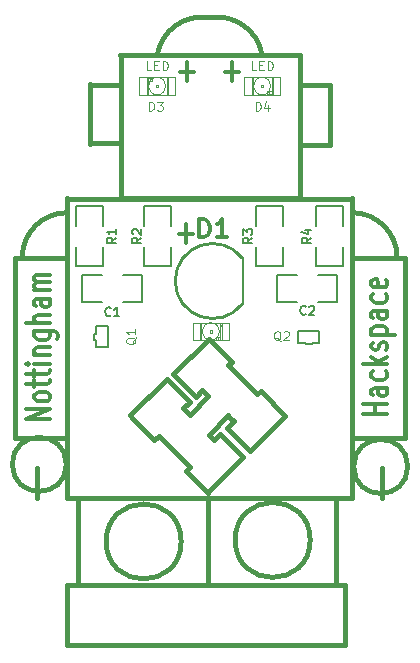
<source format=gto>
G04 (created by PCBNEW (2013-07-07 BZR 4022)-stable) date 23/08/2014 11:16:52*
%MOIN*%
G04 Gerber Fmt 3.4, Leading zero omitted, Abs format*
%FSLAX34Y34*%
G01*
G70*
G90*
G04 APERTURE LIST*
%ADD10C,0.00590551*%
%ADD11C,0.012*%
%ADD12C,0.015*%
%ADD13C,0.008*%
%ADD14C,0.01*%
%ADD15C,0.005*%
%ADD16C,0.0026*%
%ADD17C,0.004*%
%ADD18C,0.0039*%
%ADD19C,0.0035*%
G04 APERTURE END LIST*
G54D10*
G54D11*
X35471Y-34919D02*
X35928Y-34919D01*
X35700Y-35223D02*
X35700Y-34614D01*
X37021Y-29519D02*
X37478Y-29519D01*
X37250Y-29823D02*
X37250Y-29214D01*
X35521Y-29519D02*
X35978Y-29519D01*
X35750Y-29823D02*
X35750Y-29214D01*
X42423Y-40942D02*
X41623Y-40942D01*
X42004Y-40942D02*
X42004Y-40600D01*
X42423Y-40600D02*
X41623Y-40600D01*
X42423Y-40057D02*
X42004Y-40057D01*
X41928Y-40085D01*
X41890Y-40142D01*
X41890Y-40257D01*
X41928Y-40314D01*
X42385Y-40057D02*
X42423Y-40114D01*
X42423Y-40257D01*
X42385Y-40314D01*
X42309Y-40342D01*
X42233Y-40342D01*
X42157Y-40314D01*
X42119Y-40257D01*
X42119Y-40114D01*
X42080Y-40057D01*
X42385Y-39514D02*
X42423Y-39571D01*
X42423Y-39685D01*
X42385Y-39742D01*
X42347Y-39771D01*
X42271Y-39800D01*
X42042Y-39800D01*
X41966Y-39771D01*
X41928Y-39742D01*
X41890Y-39685D01*
X41890Y-39571D01*
X41928Y-39514D01*
X42423Y-39257D02*
X41623Y-39257D01*
X42119Y-39200D02*
X42423Y-39028D01*
X41890Y-39028D02*
X42195Y-39257D01*
X42385Y-38800D02*
X42423Y-38742D01*
X42423Y-38628D01*
X42385Y-38571D01*
X42309Y-38542D01*
X42271Y-38542D01*
X42195Y-38571D01*
X42157Y-38628D01*
X42157Y-38714D01*
X42119Y-38771D01*
X42042Y-38800D01*
X42004Y-38800D01*
X41928Y-38771D01*
X41890Y-38714D01*
X41890Y-38628D01*
X41928Y-38571D01*
X41890Y-38285D02*
X42690Y-38285D01*
X41928Y-38285D02*
X41890Y-38228D01*
X41890Y-38114D01*
X41928Y-38057D01*
X41966Y-38028D01*
X42042Y-38000D01*
X42271Y-38000D01*
X42347Y-38028D01*
X42385Y-38057D01*
X42423Y-38114D01*
X42423Y-38228D01*
X42385Y-38285D01*
X42423Y-37485D02*
X42004Y-37485D01*
X41928Y-37514D01*
X41890Y-37571D01*
X41890Y-37685D01*
X41928Y-37742D01*
X42385Y-37485D02*
X42423Y-37542D01*
X42423Y-37685D01*
X42385Y-37742D01*
X42309Y-37771D01*
X42233Y-37771D01*
X42157Y-37742D01*
X42119Y-37685D01*
X42119Y-37542D01*
X42080Y-37485D01*
X42385Y-36942D02*
X42423Y-37000D01*
X42423Y-37114D01*
X42385Y-37171D01*
X42347Y-37200D01*
X42271Y-37228D01*
X42042Y-37228D01*
X41966Y-37200D01*
X41928Y-37171D01*
X41890Y-37114D01*
X41890Y-37000D01*
X41928Y-36942D01*
X42385Y-36457D02*
X42423Y-36514D01*
X42423Y-36628D01*
X42385Y-36685D01*
X42309Y-36714D01*
X42004Y-36714D01*
X41928Y-36685D01*
X41890Y-36628D01*
X41890Y-36514D01*
X41928Y-36457D01*
X42004Y-36428D01*
X42080Y-36428D01*
X42157Y-36714D01*
X31193Y-41114D02*
X30393Y-41114D01*
X31193Y-40771D01*
X30393Y-40771D01*
X31193Y-40400D02*
X31155Y-40457D01*
X31117Y-40485D01*
X31041Y-40514D01*
X30812Y-40514D01*
X30736Y-40485D01*
X30698Y-40457D01*
X30660Y-40400D01*
X30660Y-40314D01*
X30698Y-40257D01*
X30736Y-40228D01*
X30812Y-40200D01*
X31041Y-40200D01*
X31117Y-40228D01*
X31155Y-40257D01*
X31193Y-40314D01*
X31193Y-40400D01*
X30660Y-40028D02*
X30660Y-39800D01*
X30393Y-39942D02*
X31079Y-39942D01*
X31155Y-39914D01*
X31193Y-39857D01*
X31193Y-39800D01*
X30660Y-39685D02*
X30660Y-39457D01*
X30393Y-39600D02*
X31079Y-39600D01*
X31155Y-39571D01*
X31193Y-39514D01*
X31193Y-39457D01*
X31193Y-39257D02*
X30660Y-39257D01*
X30393Y-39257D02*
X30431Y-39285D01*
X30470Y-39257D01*
X30431Y-39228D01*
X30393Y-39257D01*
X30470Y-39257D01*
X30660Y-38971D02*
X31193Y-38971D01*
X30736Y-38971D02*
X30698Y-38942D01*
X30660Y-38885D01*
X30660Y-38800D01*
X30698Y-38742D01*
X30774Y-38714D01*
X31193Y-38714D01*
X30660Y-38171D02*
X31308Y-38171D01*
X31384Y-38200D01*
X31422Y-38228D01*
X31460Y-38285D01*
X31460Y-38371D01*
X31422Y-38428D01*
X31155Y-38171D02*
X31193Y-38228D01*
X31193Y-38342D01*
X31155Y-38400D01*
X31117Y-38428D01*
X31041Y-38457D01*
X30812Y-38457D01*
X30736Y-38428D01*
X30698Y-38400D01*
X30660Y-38342D01*
X30660Y-38228D01*
X30698Y-38171D01*
X31193Y-37885D02*
X30393Y-37885D01*
X31193Y-37628D02*
X30774Y-37628D01*
X30698Y-37657D01*
X30660Y-37714D01*
X30660Y-37800D01*
X30698Y-37857D01*
X30736Y-37885D01*
X31193Y-37085D02*
X30774Y-37085D01*
X30698Y-37114D01*
X30660Y-37171D01*
X30660Y-37285D01*
X30698Y-37342D01*
X31155Y-37085D02*
X31193Y-37142D01*
X31193Y-37285D01*
X31155Y-37342D01*
X31079Y-37371D01*
X31003Y-37371D01*
X30927Y-37342D01*
X30889Y-37285D01*
X30889Y-37142D01*
X30850Y-37085D01*
X31193Y-36800D02*
X30660Y-36800D01*
X30736Y-36800D02*
X30698Y-36771D01*
X30660Y-36714D01*
X30660Y-36628D01*
X30698Y-36571D01*
X30774Y-36542D01*
X31193Y-36542D01*
X30774Y-36542D02*
X30698Y-36514D01*
X30660Y-36457D01*
X30660Y-36371D01*
X30698Y-36314D01*
X30774Y-36285D01*
X31193Y-36285D01*
G54D12*
X33860Y-40970D02*
X35070Y-39760D01*
X35070Y-39760D02*
X35830Y-40520D01*
X35830Y-40520D02*
X35620Y-40730D01*
X35620Y-40730D02*
X35840Y-40950D01*
X35840Y-40950D02*
X36450Y-40340D01*
X36450Y-40340D02*
X36280Y-40170D01*
X36280Y-40170D02*
X36250Y-40140D01*
X36250Y-40140D02*
X36030Y-40360D01*
X36030Y-40360D02*
X35280Y-39610D01*
X35280Y-39610D02*
X36470Y-38420D01*
X36470Y-38420D02*
X37240Y-39190D01*
X37240Y-39190D02*
X37120Y-39310D01*
X37120Y-39310D02*
X38090Y-40280D01*
X38090Y-40280D02*
X38200Y-40170D01*
X38200Y-40170D02*
X39020Y-40990D01*
X39020Y-40990D02*
X37850Y-42160D01*
X37850Y-42160D02*
X37090Y-41400D01*
X37090Y-41400D02*
X37280Y-41210D01*
X37280Y-41210D02*
X37310Y-41180D01*
X37310Y-41180D02*
X37180Y-41050D01*
X37180Y-41050D02*
X37150Y-41020D01*
X37150Y-41020D02*
X37110Y-40980D01*
X37110Y-40980D02*
X36470Y-41620D01*
X36470Y-41620D02*
X36590Y-41740D01*
X36590Y-41740D02*
X36620Y-41770D01*
X36620Y-41770D02*
X36650Y-41800D01*
X36650Y-41800D02*
X36850Y-41600D01*
X36850Y-41600D02*
X37620Y-42370D01*
X37620Y-42370D02*
X36460Y-43530D01*
X36460Y-43530D02*
X36430Y-43560D01*
X36430Y-43560D02*
X35700Y-42830D01*
X35700Y-42830D02*
X35830Y-42700D01*
X35830Y-42700D02*
X34800Y-41670D01*
X34800Y-41670D02*
X34660Y-41810D01*
X34660Y-41810D02*
X33910Y-41060D01*
G54D13*
X37620Y-37250D02*
X37620Y-35750D01*
G54D14*
X37599Y-35749D02*
G75*
G03X37599Y-37250I-999J-750D01*
G74*
G01*
G54D12*
X34750Y-28969D02*
G75*
G02X36500Y-27720I1499J-250D01*
G74*
G01*
X38249Y-28969D02*
G75*
G03X36499Y-27720I-1499J-250D01*
G74*
G01*
X40700Y-46620D02*
X40700Y-43720D01*
X32100Y-46620D02*
X32100Y-43720D01*
X36450Y-46570D02*
X36450Y-43720D01*
X30250Y-35720D02*
G75*
G02X31750Y-34220I1500J0D01*
G74*
G01*
X30000Y-41720D02*
X31750Y-41720D01*
X30000Y-35720D02*
X30000Y-41720D01*
X31750Y-35720D02*
X30000Y-35720D01*
X31721Y-42610D02*
G75*
G03X31721Y-42610I-901J0D01*
G74*
G01*
X30750Y-43720D02*
X30750Y-42720D01*
X32500Y-31910D02*
X33500Y-31910D01*
X32500Y-29940D02*
X32500Y-31940D01*
X33500Y-29970D02*
X32500Y-29970D01*
X39500Y-29970D02*
X40500Y-29970D01*
X40500Y-29970D02*
X40500Y-31970D01*
X40500Y-31970D02*
X39500Y-31970D01*
X35550Y-45180D02*
G75*
G03X35550Y-45180I-1250J0D01*
G74*
G01*
X39850Y-45130D02*
G75*
G03X39850Y-45130I-1250J0D01*
G74*
G01*
X31750Y-46630D02*
X41000Y-46630D01*
X41000Y-46630D02*
X41000Y-48630D01*
X41000Y-48630D02*
X31750Y-48630D01*
X31750Y-48630D02*
X31750Y-46880D01*
X31750Y-46880D02*
X31750Y-46630D01*
X32500Y-46630D02*
X40250Y-46630D01*
X40250Y-46630D02*
X40500Y-46630D01*
X42250Y-43720D02*
X42250Y-42720D01*
X43101Y-42680D02*
G75*
G03X43101Y-42680I-901J0D01*
G74*
G01*
X41250Y-35720D02*
X43000Y-35720D01*
X43000Y-35720D02*
X43000Y-41720D01*
X43000Y-41720D02*
X41250Y-41720D01*
X42750Y-35720D02*
G75*
G03X41250Y-34220I-1500J0D01*
G74*
G01*
X31750Y-33750D02*
X41250Y-33750D01*
X31750Y-33720D02*
X31750Y-43720D01*
X31750Y-43720D02*
X41250Y-43720D01*
X41250Y-43720D02*
X41250Y-33720D01*
X33530Y-33720D02*
X33530Y-28970D01*
X33500Y-28970D02*
X39500Y-28970D01*
X39500Y-28970D02*
X39500Y-33720D01*
X39500Y-33720D02*
X33500Y-33720D01*
X37000Y-33720D02*
X33500Y-33720D01*
G54D15*
X32700Y-38450D02*
X32700Y-38700D01*
X32700Y-38700D02*
X33100Y-38700D01*
X33100Y-38000D02*
X32700Y-38000D01*
X32700Y-38000D02*
X32700Y-38250D01*
X32650Y-38450D02*
X32700Y-38450D01*
X32700Y-38250D02*
X32650Y-38250D01*
X33100Y-38700D02*
X33100Y-38000D01*
X32650Y-38250D02*
X32650Y-38450D01*
X39900Y-38550D02*
X40150Y-38550D01*
X40150Y-38550D02*
X40150Y-38150D01*
X39450Y-38150D02*
X39450Y-38550D01*
X39450Y-38550D02*
X39700Y-38550D01*
X39900Y-38600D02*
X39900Y-38550D01*
X39700Y-38550D02*
X39700Y-38600D01*
X40150Y-38150D02*
X39450Y-38150D01*
X39700Y-38600D02*
X39900Y-38600D01*
X32250Y-36300D02*
X32250Y-37200D01*
X32250Y-37200D02*
X32900Y-37200D01*
X33600Y-36300D02*
X34250Y-36300D01*
X34250Y-36300D02*
X34250Y-37200D01*
X34250Y-37200D02*
X33600Y-37200D01*
X32900Y-36300D02*
X32250Y-36300D01*
X40750Y-37200D02*
X40750Y-36300D01*
X40750Y-36300D02*
X40100Y-36300D01*
X39400Y-37200D02*
X38750Y-37200D01*
X38750Y-37200D02*
X38750Y-36300D01*
X38750Y-36300D02*
X39400Y-36300D01*
X40100Y-37200D02*
X40750Y-37200D01*
X32950Y-34000D02*
X32050Y-34000D01*
X32050Y-34000D02*
X32050Y-34650D01*
X32950Y-35350D02*
X32950Y-36000D01*
X32950Y-36000D02*
X32050Y-36000D01*
X32050Y-36000D02*
X32050Y-35350D01*
X32950Y-34650D02*
X32950Y-34000D01*
X35200Y-34000D02*
X34300Y-34000D01*
X34300Y-34000D02*
X34300Y-34650D01*
X35200Y-35350D02*
X35200Y-36000D01*
X35200Y-36000D02*
X34300Y-36000D01*
X34300Y-36000D02*
X34300Y-35350D01*
X35200Y-34650D02*
X35200Y-34000D01*
X38950Y-34000D02*
X38050Y-34000D01*
X38050Y-34000D02*
X38050Y-34650D01*
X38950Y-35350D02*
X38950Y-36000D01*
X38950Y-36000D02*
X38050Y-36000D01*
X38050Y-36000D02*
X38050Y-35350D01*
X38950Y-34650D02*
X38950Y-34000D01*
X40950Y-34000D02*
X40050Y-34000D01*
X40050Y-34000D02*
X40050Y-34650D01*
X40950Y-35350D02*
X40950Y-36000D01*
X40950Y-36000D02*
X40050Y-36000D01*
X40050Y-36000D02*
X40050Y-35350D01*
X40950Y-34650D02*
X40950Y-34000D01*
G54D16*
X36501Y-38219D02*
X36579Y-38219D01*
X36579Y-38219D02*
X36579Y-38141D01*
X36501Y-38141D02*
X36579Y-38141D01*
X36501Y-38219D02*
X36501Y-38141D01*
X36717Y-38455D02*
X36854Y-38455D01*
X36854Y-38455D02*
X36854Y-38357D01*
X36717Y-38357D02*
X36854Y-38357D01*
X36717Y-38455D02*
X36717Y-38357D01*
X36854Y-38455D02*
X36894Y-38455D01*
X36894Y-38455D02*
X36894Y-37984D01*
X36854Y-37984D02*
X36894Y-37984D01*
X36854Y-38455D02*
X36854Y-37984D01*
X36854Y-37964D02*
X36894Y-37964D01*
X36894Y-37964D02*
X36894Y-37905D01*
X36854Y-37905D02*
X36894Y-37905D01*
X36854Y-37964D02*
X36854Y-37905D01*
X36186Y-38455D02*
X36226Y-38455D01*
X36226Y-38455D02*
X36226Y-37984D01*
X36186Y-37984D02*
X36226Y-37984D01*
X36186Y-38455D02*
X36186Y-37984D01*
X36186Y-37964D02*
X36226Y-37964D01*
X36226Y-37964D02*
X36226Y-37905D01*
X36186Y-37905D02*
X36226Y-37905D01*
X36186Y-37964D02*
X36186Y-37905D01*
X36717Y-38455D02*
X36776Y-38455D01*
X36776Y-38455D02*
X36776Y-38357D01*
X36717Y-38357D02*
X36776Y-38357D01*
X36717Y-38455D02*
X36717Y-38357D01*
G54D17*
X37150Y-38475D02*
X35930Y-38475D01*
X35930Y-38475D02*
X35930Y-37885D01*
X35930Y-37885D02*
X37150Y-37885D01*
X37150Y-37885D02*
X37150Y-38475D01*
X36324Y-38376D02*
G75*
G03X36756Y-38375I215J196D01*
G74*
G01*
X36324Y-37983D02*
G75*
G03X36323Y-38375I215J-196D01*
G74*
G01*
X36755Y-37983D02*
G75*
G03X36323Y-37984I-215J-196D01*
G74*
G01*
X36755Y-38376D02*
G75*
G03X36756Y-37984I-215J196D01*
G74*
G01*
G54D16*
X34789Y-29961D02*
X34711Y-29961D01*
X34711Y-29961D02*
X34711Y-30039D01*
X34789Y-30039D02*
X34711Y-30039D01*
X34789Y-29961D02*
X34789Y-30039D01*
X34573Y-29725D02*
X34436Y-29725D01*
X34436Y-29725D02*
X34436Y-29823D01*
X34573Y-29823D02*
X34436Y-29823D01*
X34573Y-29725D02*
X34573Y-29823D01*
X34436Y-29725D02*
X34396Y-29725D01*
X34396Y-29725D02*
X34396Y-30196D01*
X34436Y-30196D02*
X34396Y-30196D01*
X34436Y-29725D02*
X34436Y-30196D01*
X34436Y-30216D02*
X34396Y-30216D01*
X34396Y-30216D02*
X34396Y-30275D01*
X34436Y-30275D02*
X34396Y-30275D01*
X34436Y-30216D02*
X34436Y-30275D01*
X35104Y-29725D02*
X35064Y-29725D01*
X35064Y-29725D02*
X35064Y-30196D01*
X35104Y-30196D02*
X35064Y-30196D01*
X35104Y-29725D02*
X35104Y-30196D01*
X35104Y-30216D02*
X35064Y-30216D01*
X35064Y-30216D02*
X35064Y-30275D01*
X35104Y-30275D02*
X35064Y-30275D01*
X35104Y-30216D02*
X35104Y-30275D01*
X34573Y-29725D02*
X34514Y-29725D01*
X34514Y-29725D02*
X34514Y-29823D01*
X34573Y-29823D02*
X34514Y-29823D01*
X34573Y-29725D02*
X34573Y-29823D01*
G54D17*
X34140Y-29705D02*
X35360Y-29705D01*
X35360Y-29705D02*
X35360Y-30295D01*
X35360Y-30295D02*
X34140Y-30295D01*
X34140Y-30295D02*
X34140Y-29705D01*
X34965Y-29803D02*
G75*
G03X34533Y-29804I-215J-196D01*
G74*
G01*
X34965Y-30196D02*
G75*
G03X34966Y-29804I-215J196D01*
G74*
G01*
X34534Y-30196D02*
G75*
G03X34966Y-30195I215J196D01*
G74*
G01*
X34534Y-29803D02*
G75*
G03X34533Y-30195I215J-196D01*
G74*
G01*
G54D16*
X38211Y-30039D02*
X38289Y-30039D01*
X38289Y-30039D02*
X38289Y-29961D01*
X38211Y-29961D02*
X38289Y-29961D01*
X38211Y-30039D02*
X38211Y-29961D01*
X38427Y-30275D02*
X38564Y-30275D01*
X38564Y-30275D02*
X38564Y-30177D01*
X38427Y-30177D02*
X38564Y-30177D01*
X38427Y-30275D02*
X38427Y-30177D01*
X38564Y-30275D02*
X38604Y-30275D01*
X38604Y-30275D02*
X38604Y-29804D01*
X38564Y-29804D02*
X38604Y-29804D01*
X38564Y-30275D02*
X38564Y-29804D01*
X38564Y-29784D02*
X38604Y-29784D01*
X38604Y-29784D02*
X38604Y-29725D01*
X38564Y-29725D02*
X38604Y-29725D01*
X38564Y-29784D02*
X38564Y-29725D01*
X37896Y-30275D02*
X37936Y-30275D01*
X37936Y-30275D02*
X37936Y-29804D01*
X37896Y-29804D02*
X37936Y-29804D01*
X37896Y-30275D02*
X37896Y-29804D01*
X37896Y-29784D02*
X37936Y-29784D01*
X37936Y-29784D02*
X37936Y-29725D01*
X37896Y-29725D02*
X37936Y-29725D01*
X37896Y-29784D02*
X37896Y-29725D01*
X38427Y-30275D02*
X38486Y-30275D01*
X38486Y-30275D02*
X38486Y-30177D01*
X38427Y-30177D02*
X38486Y-30177D01*
X38427Y-30275D02*
X38427Y-30177D01*
G54D17*
X38860Y-30295D02*
X37640Y-30295D01*
X37640Y-30295D02*
X37640Y-29705D01*
X37640Y-29705D02*
X38860Y-29705D01*
X38860Y-29705D02*
X38860Y-30295D01*
X38034Y-30196D02*
G75*
G03X38466Y-30195I215J196D01*
G74*
G01*
X38034Y-29803D02*
G75*
G03X38033Y-30195I215J-196D01*
G74*
G01*
X38465Y-29803D02*
G75*
G03X38033Y-29804I-215J-196D01*
G74*
G01*
X38465Y-30196D02*
G75*
G03X38466Y-29804I-215J196D01*
G74*
G01*
G54D11*
X36157Y-35042D02*
X36157Y-34442D01*
X36300Y-34442D01*
X36385Y-34471D01*
X36442Y-34528D01*
X36471Y-34585D01*
X36500Y-34700D01*
X36500Y-34785D01*
X36471Y-34900D01*
X36442Y-34957D01*
X36385Y-35014D01*
X36300Y-35042D01*
X36157Y-35042D01*
X37071Y-35042D02*
X36728Y-35042D01*
X36900Y-35042D02*
X36900Y-34442D01*
X36842Y-34528D01*
X36785Y-34585D01*
X36728Y-34614D01*
G54D18*
X34050Y-38378D02*
X34035Y-38407D01*
X34007Y-38435D01*
X33964Y-38478D01*
X33950Y-38507D01*
X33950Y-38535D01*
X34021Y-38521D02*
X34007Y-38550D01*
X33978Y-38578D01*
X33921Y-38592D01*
X33821Y-38592D01*
X33764Y-38578D01*
X33735Y-38550D01*
X33721Y-38521D01*
X33721Y-38464D01*
X33735Y-38435D01*
X33764Y-38407D01*
X33821Y-38392D01*
X33921Y-38392D01*
X33978Y-38407D01*
X34007Y-38435D01*
X34021Y-38464D01*
X34021Y-38521D01*
X34021Y-38107D02*
X34021Y-38278D01*
X34021Y-38192D02*
X33721Y-38192D01*
X33764Y-38221D01*
X33792Y-38250D01*
X33807Y-38278D01*
X38871Y-38500D02*
X38842Y-38485D01*
X38814Y-38457D01*
X38771Y-38414D01*
X38742Y-38400D01*
X38714Y-38400D01*
X38728Y-38471D02*
X38700Y-38457D01*
X38671Y-38428D01*
X38657Y-38371D01*
X38657Y-38271D01*
X38671Y-38214D01*
X38700Y-38185D01*
X38728Y-38171D01*
X38785Y-38171D01*
X38814Y-38185D01*
X38842Y-38214D01*
X38857Y-38271D01*
X38857Y-38371D01*
X38842Y-38428D01*
X38814Y-38457D01*
X38785Y-38471D01*
X38728Y-38471D01*
X38971Y-38200D02*
X38985Y-38185D01*
X39014Y-38171D01*
X39085Y-38171D01*
X39114Y-38185D01*
X39128Y-38200D01*
X39142Y-38228D01*
X39142Y-38257D01*
X39128Y-38300D01*
X38957Y-38471D01*
X39142Y-38471D01*
G54D15*
X33200Y-37642D02*
X33185Y-37657D01*
X33142Y-37671D01*
X33114Y-37671D01*
X33071Y-37657D01*
X33042Y-37628D01*
X33028Y-37600D01*
X33014Y-37542D01*
X33014Y-37500D01*
X33028Y-37442D01*
X33042Y-37414D01*
X33071Y-37385D01*
X33114Y-37371D01*
X33142Y-37371D01*
X33185Y-37385D01*
X33200Y-37400D01*
X33485Y-37671D02*
X33314Y-37671D01*
X33400Y-37671D02*
X33400Y-37371D01*
X33371Y-37414D01*
X33342Y-37442D01*
X33314Y-37457D01*
X39700Y-37592D02*
X39685Y-37607D01*
X39642Y-37621D01*
X39614Y-37621D01*
X39571Y-37607D01*
X39542Y-37578D01*
X39528Y-37550D01*
X39514Y-37492D01*
X39514Y-37450D01*
X39528Y-37392D01*
X39542Y-37364D01*
X39571Y-37335D01*
X39614Y-37321D01*
X39642Y-37321D01*
X39685Y-37335D01*
X39700Y-37350D01*
X39814Y-37350D02*
X39828Y-37335D01*
X39857Y-37321D01*
X39928Y-37321D01*
X39957Y-37335D01*
X39971Y-37350D01*
X39985Y-37378D01*
X39985Y-37407D01*
X39971Y-37450D01*
X39800Y-37621D01*
X39985Y-37621D01*
X33371Y-35050D02*
X33228Y-35150D01*
X33371Y-35221D02*
X33071Y-35221D01*
X33071Y-35107D01*
X33085Y-35078D01*
X33100Y-35064D01*
X33128Y-35050D01*
X33171Y-35050D01*
X33200Y-35064D01*
X33214Y-35078D01*
X33228Y-35107D01*
X33228Y-35221D01*
X33371Y-34764D02*
X33371Y-34935D01*
X33371Y-34850D02*
X33071Y-34850D01*
X33114Y-34878D01*
X33142Y-34907D01*
X33157Y-34935D01*
X34221Y-35050D02*
X34078Y-35150D01*
X34221Y-35221D02*
X33921Y-35221D01*
X33921Y-35107D01*
X33935Y-35078D01*
X33950Y-35064D01*
X33978Y-35050D01*
X34021Y-35050D01*
X34050Y-35064D01*
X34064Y-35078D01*
X34078Y-35107D01*
X34078Y-35221D01*
X33950Y-34935D02*
X33935Y-34921D01*
X33921Y-34892D01*
X33921Y-34821D01*
X33935Y-34792D01*
X33950Y-34778D01*
X33978Y-34764D01*
X34007Y-34764D01*
X34050Y-34778D01*
X34221Y-34950D01*
X34221Y-34764D01*
X37921Y-35050D02*
X37778Y-35150D01*
X37921Y-35221D02*
X37621Y-35221D01*
X37621Y-35107D01*
X37635Y-35078D01*
X37650Y-35064D01*
X37678Y-35050D01*
X37721Y-35050D01*
X37750Y-35064D01*
X37764Y-35078D01*
X37778Y-35107D01*
X37778Y-35221D01*
X37621Y-34950D02*
X37621Y-34764D01*
X37735Y-34864D01*
X37735Y-34821D01*
X37750Y-34792D01*
X37764Y-34778D01*
X37792Y-34764D01*
X37864Y-34764D01*
X37892Y-34778D01*
X37907Y-34792D01*
X37921Y-34821D01*
X37921Y-34907D01*
X37907Y-34935D01*
X37892Y-34950D01*
X39871Y-35050D02*
X39728Y-35150D01*
X39871Y-35221D02*
X39571Y-35221D01*
X39571Y-35107D01*
X39585Y-35078D01*
X39600Y-35064D01*
X39628Y-35050D01*
X39671Y-35050D01*
X39700Y-35064D01*
X39714Y-35078D01*
X39728Y-35107D01*
X39728Y-35221D01*
X39671Y-34792D02*
X39871Y-34792D01*
X39557Y-34864D02*
X39771Y-34935D01*
X39771Y-34750D01*
G54D19*
X34478Y-30821D02*
X34478Y-30521D01*
X34550Y-30521D01*
X34592Y-30535D01*
X34621Y-30564D01*
X34635Y-30592D01*
X34650Y-30650D01*
X34650Y-30692D01*
X34635Y-30750D01*
X34621Y-30778D01*
X34592Y-30807D01*
X34550Y-30821D01*
X34478Y-30821D01*
X34750Y-30521D02*
X34935Y-30521D01*
X34835Y-30635D01*
X34878Y-30635D01*
X34907Y-30650D01*
X34921Y-30664D01*
X34935Y-30692D01*
X34935Y-30764D01*
X34921Y-30792D01*
X34907Y-30807D01*
X34878Y-30821D01*
X34792Y-30821D01*
X34764Y-30807D01*
X34750Y-30792D01*
X34557Y-29471D02*
X34414Y-29471D01*
X34414Y-29171D01*
X34657Y-29314D02*
X34757Y-29314D01*
X34800Y-29471D02*
X34657Y-29471D01*
X34657Y-29171D01*
X34800Y-29171D01*
X34928Y-29471D02*
X34928Y-29171D01*
X35000Y-29171D01*
X35042Y-29185D01*
X35071Y-29214D01*
X35085Y-29242D01*
X35100Y-29300D01*
X35100Y-29342D01*
X35085Y-29400D01*
X35071Y-29428D01*
X35042Y-29457D01*
X35000Y-29471D01*
X34928Y-29471D01*
X38028Y-30821D02*
X38028Y-30521D01*
X38100Y-30521D01*
X38142Y-30535D01*
X38171Y-30564D01*
X38185Y-30592D01*
X38200Y-30650D01*
X38200Y-30692D01*
X38185Y-30750D01*
X38171Y-30778D01*
X38142Y-30807D01*
X38100Y-30821D01*
X38028Y-30821D01*
X38457Y-30621D02*
X38457Y-30821D01*
X38385Y-30507D02*
X38314Y-30721D01*
X38500Y-30721D01*
X38057Y-29471D02*
X37914Y-29471D01*
X37914Y-29171D01*
X38157Y-29314D02*
X38257Y-29314D01*
X38300Y-29471D02*
X38157Y-29471D01*
X38157Y-29171D01*
X38300Y-29171D01*
X38428Y-29471D02*
X38428Y-29171D01*
X38500Y-29171D01*
X38542Y-29185D01*
X38571Y-29214D01*
X38585Y-29242D01*
X38600Y-29300D01*
X38600Y-29342D01*
X38585Y-29400D01*
X38571Y-29428D01*
X38542Y-29457D01*
X38500Y-29471D01*
X38428Y-29471D01*
M02*

</source>
